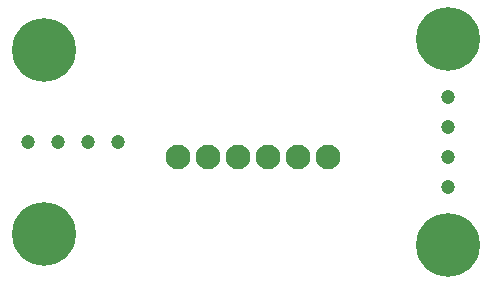
<source format=gbs>
G04 #@! TF.GenerationSoftware,KiCad,Pcbnew,(5.1.9-16-g1737927814)-1*
G04 #@! TF.CreationDate,2021-04-01T12:19:28-04:00*
G04 #@! TF.ProjectId,pressure_mpx5700ap_gp,70726573-7375-4726-955f-6d7078353730,1*
G04 #@! TF.SameCoordinates,Original*
G04 #@! TF.FileFunction,Soldermask,Bot*
G04 #@! TF.FilePolarity,Negative*
%FSLAX45Y45*%
G04 Gerber Fmt 4.5, Leading zero omitted, Abs format (unit mm)*
G04 Created by KiCad (PCBNEW (5.1.9-16-g1737927814)-1) date 2021-04-01 12:19:28*
%MOMM*%
%LPD*%
G01*
G04 APERTURE LIST*
%ADD10C,1.200000*%
%ADD11C,2.100000*%
%ADD12C,5.400000*%
%ADD13C,0.800000*%
G04 APERTURE END LIST*
D10*
X727000Y-1250000D03*
X473000Y-1250000D03*
X219000Y-1250000D03*
X981000Y-1250000D03*
X3775000Y-1377000D03*
X3775000Y-1123000D03*
X3775000Y-869000D03*
X3775000Y-1631000D03*
D11*
X2760000Y-1375000D03*
X2506000Y-1375000D03*
X2252000Y-1375000D03*
X1998000Y-1375000D03*
X1744000Y-1375000D03*
X1490000Y-1375000D03*
D12*
X3775000Y-2125000D03*
D13*
X3977500Y-2125000D03*
X3918189Y-2268189D03*
X3775000Y-2327500D03*
X3631811Y-2268189D03*
X3572500Y-2125000D03*
X3631811Y-1981811D03*
X3775000Y-1922500D03*
X3918189Y-1981811D03*
D12*
X3775000Y-375000D03*
D13*
X3977500Y-375000D03*
X3918189Y-518189D03*
X3775000Y-577500D03*
X3631811Y-518189D03*
X3572500Y-375000D03*
X3631811Y-231811D03*
X3775000Y-172500D03*
X3918189Y-231811D03*
D12*
X350000Y-2025000D03*
D13*
X552500Y-2025000D03*
X493189Y-2168189D03*
X350000Y-2227500D03*
X206811Y-2168189D03*
X147500Y-2025000D03*
X206811Y-1881811D03*
X350000Y-1822500D03*
X493189Y-1881811D03*
D12*
X350000Y-475000D03*
D13*
X552500Y-475000D03*
X493189Y-618189D03*
X350000Y-677500D03*
X206811Y-618189D03*
X147500Y-475000D03*
X206811Y-331811D03*
X350000Y-272500D03*
X493189Y-331811D03*
M02*

</source>
